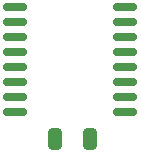
<source format=gbr>
%TF.GenerationSoftware,KiCad,Pcbnew,9.0.2*%
%TF.CreationDate,2025-07-27T21:59:35+02:00*%
%TF.ProjectId,USB-RS485_FT230,5553422d-5253-4343-9835-5f4654323330,rev?*%
%TF.SameCoordinates,Original*%
%TF.FileFunction,Paste,Bot*%
%TF.FilePolarity,Positive*%
%FSLAX46Y46*%
G04 Gerber Fmt 4.6, Leading zero omitted, Abs format (unit mm)*
G04 Created by KiCad (PCBNEW 9.0.2) date 2025-07-27 21:59:35*
%MOMM*%
%LPD*%
G01*
G04 APERTURE LIST*
G04 Aperture macros list*
%AMRoundRect*
0 Rectangle with rounded corners*
0 $1 Rounding radius*
0 $2 $3 $4 $5 $6 $7 $8 $9 X,Y pos of 4 corners*
0 Add a 4 corners polygon primitive as box body*
4,1,4,$2,$3,$4,$5,$6,$7,$8,$9,$2,$3,0*
0 Add four circle primitives for the rounded corners*
1,1,$1+$1,$2,$3*
1,1,$1+$1,$4,$5*
1,1,$1+$1,$6,$7*
1,1,$1+$1,$8,$9*
0 Add four rect primitives between the rounded corners*
20,1,$1+$1,$2,$3,$4,$5,0*
20,1,$1+$1,$4,$5,$6,$7,0*
20,1,$1+$1,$6,$7,$8,$9,0*
20,1,$1+$1,$8,$9,$2,$3,0*%
G04 Aperture macros list end*
%ADD10RoundRect,0.250000X-0.325000X-0.650000X0.325000X-0.650000X0.325000X0.650000X-0.325000X0.650000X0*%
%ADD11RoundRect,0.150000X-0.875000X-0.150000X0.875000X-0.150000X0.875000X0.150000X-0.875000X0.150000X0*%
G04 APERTURE END LIST*
D10*
%TO.C,C10*%
X152780000Y-100298909D03*
X155730000Y-100298909D03*
%TD*%
D11*
%TO.C,U5*%
X149395000Y-98028909D03*
X149395000Y-96758909D03*
X149395000Y-95488909D03*
X149395000Y-94218909D03*
X149395000Y-92948909D03*
X149395000Y-91678909D03*
X149395000Y-90408909D03*
X149395000Y-89138909D03*
X158695000Y-89138909D03*
X158695000Y-90408909D03*
X158695000Y-91678909D03*
X158695000Y-92948909D03*
X158695000Y-94218909D03*
X158695000Y-95488909D03*
X158695000Y-96758909D03*
X158695000Y-98028909D03*
%TD*%
M02*

</source>
